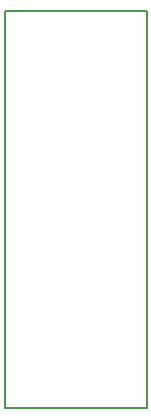
<source format=gbr>
G04 #@! TF.FileFunction,Profile,NP*
%FSLAX46Y46*%
G04 Gerber Fmt 4.6, Leading zero omitted, Abs format (unit mm)*
G04 Created by KiCad (PCBNEW 4.0.7) date Wed Jun  6 22:54:43 2018*
%MOMM*%
%LPD*%
G01*
G04 APERTURE LIST*
%ADD10C,0.100000*%
%ADD11C,0.150000*%
G04 APERTURE END LIST*
D10*
D11*
X143510000Y-78105000D02*
X143510000Y-111760000D01*
X155575000Y-78105000D02*
X143510000Y-78105000D01*
X155575000Y-111760000D02*
X155575000Y-78105000D01*
X143510000Y-111760000D02*
X155575000Y-111760000D01*
M02*

</source>
